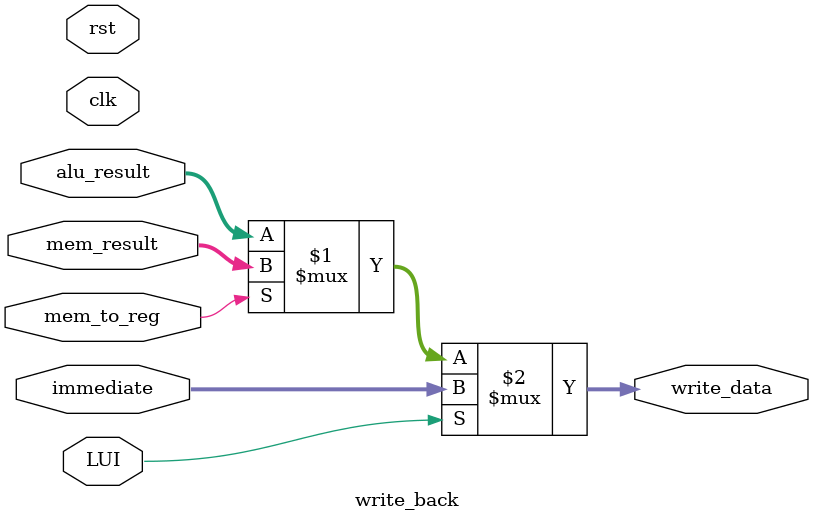
<source format=sv>
`default_nettype none
module write_back (
    input wire clk,
    input wire rst,
    input wire [31:0] alu_result,
    input wire [31:0] mem_result,
    input wire [31:0] immediate,
    input wire mem_to_reg,
    input wire LUI,
    output wire [31:0] write_data
);

    assign write_data = LUI ? immediate : (mem_to_reg ? mem_result : alu_result);

endmodule
`default_nettype wire
</source>
